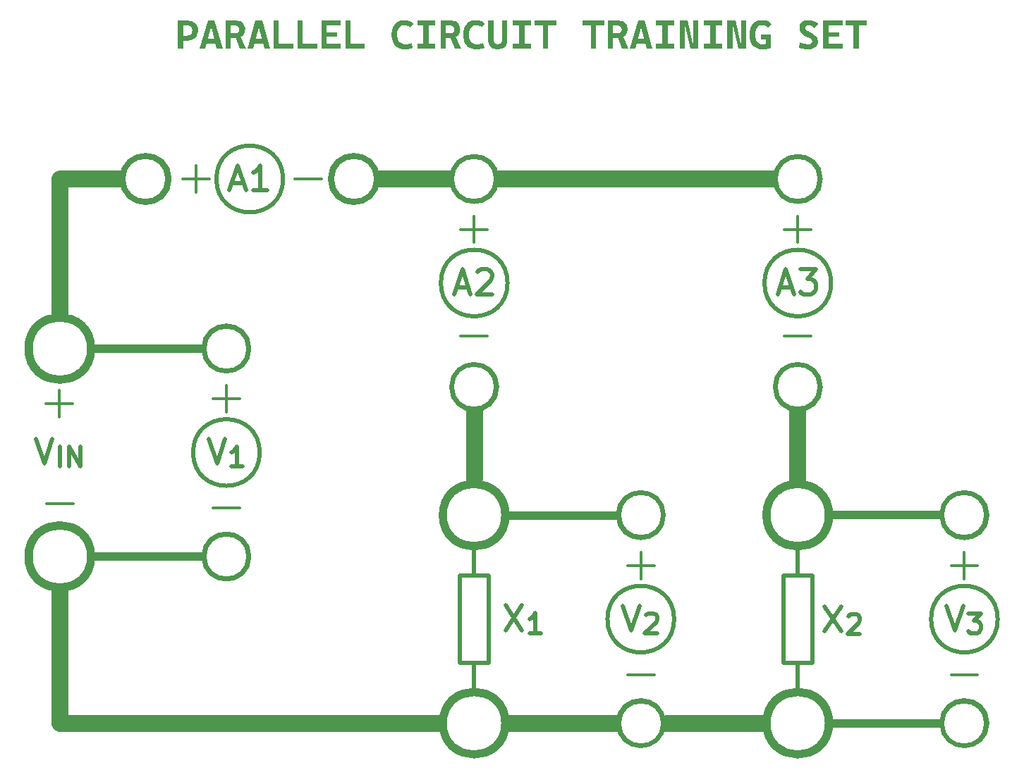
<source format=gbr>
%TF.GenerationSoftware,KiCad,Pcbnew,8.0.2*%
%TF.CreationDate,2024-06-17T23:42:06+07:00*%
%TF.ProjectId,Parallel Circuit,50617261-6c6c-4656-9c20-436972637569,rev?*%
%TF.SameCoordinates,Original*%
%TF.FileFunction,Legend,Top*%
%TF.FilePolarity,Positive*%
%FSLAX46Y46*%
G04 Gerber Fmt 4.6, Leading zero omitted, Abs format (unit mm)*
G04 Created by KiCad (PCBNEW 8.0.2) date 2024-06-17 23:42:06*
%MOMM*%
%LPD*%
G01*
G04 APERTURE LIST*
%ADD10C,1.000000*%
%ADD11C,2.000000*%
%ADD12C,0.500000*%
%ADD13C,0.300000*%
%ADD14C,0.120000*%
%ADD15C,1.250000*%
%ADD16C,4.800000*%
%ADD17C,6.400000*%
%ADD18C,6.500000*%
G04 APERTURE END LIST*
D10*
X190000000Y-106650000D02*
X203650000Y-106650000D01*
X101350000Y-111625000D02*
X115050000Y-111625000D01*
D11*
X104950000Y-66250000D02*
X97550000Y-66250000D01*
X181900000Y-131650000D02*
X170350000Y-131650000D01*
X97550000Y-115900000D02*
X97550000Y-131650000D01*
X186150000Y-94300000D02*
X186150000Y-102400000D01*
X143050000Y-131650000D02*
X97550000Y-131650000D01*
X164300000Y-131650000D02*
X151550000Y-131650000D01*
D10*
X151100000Y-106700000D02*
X164750000Y-106700000D01*
D11*
X147350000Y-94250000D02*
X147350000Y-102350000D01*
X144300000Y-66250000D02*
X135750000Y-66250000D01*
D10*
X101350000Y-86625000D02*
X115000000Y-86625000D01*
X203550000Y-131650000D02*
X190000000Y-131650000D01*
D11*
X97550000Y-82400000D02*
X97550000Y-66250000D01*
X183150000Y-66250000D02*
X150350000Y-66250000D01*
D12*
X151057518Y-117506857D02*
X153057518Y-120506857D01*
X153057518Y-117506857D02*
X151057518Y-120506857D01*
X155314661Y-120838285D02*
X153943232Y-120838285D01*
X154628947Y-120838285D02*
X154628947Y-118438285D01*
X154628947Y-118438285D02*
X154400375Y-118781142D01*
X154400375Y-118781142D02*
X154171804Y-119009714D01*
X154171804Y-119009714D02*
X153943232Y-119124000D01*
G36*
X112321964Y-49617713D02*
G01*
X112321964Y-49029577D01*
X112791277Y-49029577D01*
X112973951Y-49013214D01*
X113142687Y-48957419D01*
X113277686Y-48862026D01*
X113382392Y-48716969D01*
X113435919Y-48551051D01*
X113449511Y-48391858D01*
X113429207Y-48211606D01*
X113360746Y-48050220D01*
X113277686Y-47953320D01*
X113128742Y-47859033D01*
X112956938Y-47810832D01*
X112791277Y-47798593D01*
X112331367Y-47798593D01*
X112331367Y-47210456D01*
X112791277Y-47210456D01*
X112984782Y-47217740D01*
X113164055Y-47239591D01*
X113360393Y-47285041D01*
X113536235Y-47351469D01*
X113691580Y-47438874D01*
X113783757Y-47508798D01*
X113920658Y-47651063D01*
X114023933Y-47816808D01*
X114085693Y-47977563D01*
X114122749Y-48155569D01*
X114135101Y-48350826D01*
X114126523Y-48532790D01*
X114093585Y-48733627D01*
X114035942Y-48915349D01*
X113953596Y-49077957D01*
X113846546Y-49221452D01*
X113783757Y-49286032D01*
X113642076Y-49398752D01*
X113479898Y-49488150D01*
X113297224Y-49554227D01*
X113129339Y-49591477D01*
X112947220Y-49612531D01*
X112791277Y-49617713D01*
X112321964Y-49617713D01*
G37*
G36*
X111744940Y-50602501D02*
G01*
X111744940Y-47210456D01*
X112380094Y-47210456D01*
X112380094Y-50602501D01*
X111744940Y-50602501D01*
G37*
G36*
X114337700Y-50602501D02*
G01*
X115323342Y-47210456D01*
X116102110Y-47210456D01*
X117087752Y-50602501D01*
X116403018Y-50602501D01*
X115734525Y-48039660D01*
X115690928Y-48039660D01*
X115022435Y-50602501D01*
X114337700Y-50602501D01*
G37*
G36*
X114835223Y-49945976D02*
G01*
X114835223Y-49357839D01*
X116566294Y-49357839D01*
X116566294Y-49945976D01*
X114835223Y-49945976D01*
G37*
G36*
X118035781Y-49344161D02*
G01*
X118035781Y-48756025D01*
X118648709Y-48756025D01*
X118823459Y-48731972D01*
X118976690Y-48645579D01*
X118992358Y-48630362D01*
X119084682Y-48478839D01*
X119114976Y-48305235D01*
X119115457Y-48277309D01*
X119091895Y-48096808D01*
X119007265Y-47939409D01*
X118992358Y-47923401D01*
X118845324Y-47829795D01*
X118675997Y-47799080D01*
X118648709Y-47798593D01*
X118045184Y-47798593D01*
X117987909Y-47210456D01*
X118648709Y-47210456D01*
X118846349Y-47219802D01*
X119026379Y-47247842D01*
X119214154Y-47304181D01*
X119377959Y-47385964D01*
X119499284Y-47476314D01*
X119616532Y-47602971D01*
X119704982Y-47751062D01*
X119764635Y-47920587D01*
X119795490Y-48111548D01*
X119800191Y-48230292D01*
X119789613Y-48420139D01*
X119757876Y-48593456D01*
X119694110Y-48774769D01*
X119601546Y-48933583D01*
X119499284Y-49051803D01*
X119356026Y-49165720D01*
X119188797Y-49251657D01*
X118997597Y-49309615D01*
X118814632Y-49337024D01*
X118648709Y-49344161D01*
X118035781Y-49344161D01*
G37*
G36*
X117434822Y-50602501D02*
G01*
X117434822Y-47210456D01*
X118069120Y-47210456D01*
X118069120Y-50602501D01*
X117434822Y-50602501D01*
G37*
G36*
X119168457Y-50602501D02*
G01*
X118523900Y-48985979D01*
X119192393Y-48985979D01*
X119925854Y-50602501D01*
X119168457Y-50602501D01*
G37*
G36*
X120075453Y-50602501D02*
G01*
X121061095Y-47210456D01*
X121839863Y-47210456D01*
X122825505Y-50602501D01*
X122140771Y-50602501D01*
X121472278Y-48039660D01*
X121428681Y-48039660D01*
X120760188Y-50602501D01*
X120075453Y-50602501D01*
G37*
G36*
X120572976Y-49945976D02*
G01*
X120572976Y-49357839D01*
X122304047Y-49357839D01*
X122304047Y-49945976D01*
X120572976Y-49945976D01*
G37*
G36*
X123220446Y-50602501D02*
G01*
X123220446Y-47210456D01*
X123855600Y-47210456D01*
X123855600Y-50602501D01*
X123220446Y-50602501D01*
G37*
G36*
X123220446Y-50602501D02*
G01*
X123220446Y-50014364D01*
X125562735Y-50014364D01*
X125562735Y-50602501D01*
X123220446Y-50602501D01*
G37*
G36*
X126089323Y-50602501D02*
G01*
X126089323Y-47210456D01*
X126724476Y-47210456D01*
X126724476Y-50602501D01*
X126089323Y-50602501D01*
G37*
G36*
X126089323Y-50602501D02*
G01*
X126089323Y-50014364D01*
X128431612Y-50014364D01*
X128431612Y-50602501D01*
X126089323Y-50602501D01*
G37*
G36*
X128958199Y-50602501D02*
G01*
X128958199Y-47210456D01*
X129593353Y-47210456D01*
X129593353Y-50602501D01*
X128958199Y-50602501D01*
G37*
G36*
X128958199Y-50602501D02*
G01*
X128958199Y-50014364D01*
X131300488Y-50014364D01*
X131300488Y-50602501D01*
X128958199Y-50602501D01*
G37*
G36*
X128958199Y-49180030D02*
G01*
X128958199Y-48591893D01*
X130867079Y-48591893D01*
X130867079Y-49180030D01*
X128958199Y-49180030D01*
G37*
G36*
X128958199Y-47798593D02*
G01*
X128958199Y-47210456D01*
X131300488Y-47210456D01*
X131300488Y-47798593D01*
X128958199Y-47798593D01*
G37*
G36*
X131827076Y-50602501D02*
G01*
X131827076Y-47210456D01*
X132462229Y-47210456D01*
X132462229Y-50602501D01*
X131827076Y-50602501D01*
G37*
G36*
X131827076Y-50602501D02*
G01*
X131827076Y-50014364D01*
X134169364Y-50014364D01*
X134169364Y-50602501D01*
X131827076Y-50602501D01*
G37*
G36*
X139019783Y-50657211D02*
G01*
X138822066Y-50650352D01*
X138637104Y-50629776D01*
X138464899Y-50595481D01*
X138230508Y-50518319D01*
X138024818Y-50410293D01*
X137847829Y-50271401D01*
X137699541Y-50101645D01*
X137579954Y-49901024D01*
X137489067Y-49669539D01*
X137444422Y-49498068D01*
X137412532Y-49312879D01*
X137393398Y-49113973D01*
X137387020Y-48901349D01*
X137393444Y-48699271D01*
X137412719Y-48508920D01*
X137444842Y-48330296D01*
X137489815Y-48163400D01*
X137564101Y-47971271D01*
X137658465Y-47797467D01*
X137772905Y-47641987D01*
X137798203Y-47613090D01*
X137935024Y-47481336D01*
X138088501Y-47371912D01*
X138258632Y-47284820D01*
X138445417Y-47220060D01*
X138648858Y-47177630D01*
X138823601Y-47159765D01*
X138961653Y-47155745D01*
X139146399Y-47164401D01*
X139318837Y-47190367D01*
X139496001Y-47239521D01*
X139562613Y-47265166D01*
X139727888Y-47350816D01*
X139862859Y-47458486D01*
X139959263Y-47575477D01*
X139603646Y-48037951D01*
X139472314Y-47912722D01*
X139328384Y-47831077D01*
X139154636Y-47775939D01*
X138978937Y-47757632D01*
X138966782Y-47757560D01*
X138793663Y-47771550D01*
X138615146Y-47821799D01*
X138457253Y-47908593D01*
X138319982Y-48031932D01*
X138304274Y-48049919D01*
X138195441Y-48211058D01*
X138125719Y-48377299D01*
X138079806Y-48567103D01*
X138059399Y-48748545D01*
X138055512Y-48879123D01*
X138064701Y-49089336D01*
X138092268Y-49278872D01*
X138138212Y-49447732D01*
X138228058Y-49640714D01*
X138350575Y-49796938D01*
X138505764Y-49916403D01*
X138693624Y-49999110D01*
X138914155Y-50045058D01*
X139100994Y-50055397D01*
X139274796Y-50046421D01*
X139447422Y-50019493D01*
X139618873Y-49974613D01*
X139789148Y-49911782D01*
X139899424Y-50494789D01*
X139714453Y-50558077D01*
X139525310Y-50605820D01*
X139331995Y-50638019D01*
X139134507Y-50654673D01*
X139019783Y-50657211D01*
G37*
G36*
X141212473Y-50602501D02*
G01*
X141212473Y-47210456D01*
X141847627Y-47210456D01*
X141847627Y-50602501D01*
X141212473Y-50602501D01*
G37*
G36*
X140453367Y-50602501D02*
G01*
X140453367Y-50028041D01*
X142611863Y-50028041D01*
X142611863Y-50602501D01*
X140453367Y-50602501D01*
G37*
G36*
X140453367Y-47784915D02*
G01*
X140453367Y-47210456D01*
X142611863Y-47210456D01*
X142611863Y-47784915D01*
X140453367Y-47784915D01*
G37*
G36*
X143855669Y-49344161D02*
G01*
X143855669Y-48756025D01*
X144468597Y-48756025D01*
X144643347Y-48731972D01*
X144796579Y-48645579D01*
X144812247Y-48630362D01*
X144904570Y-48478839D01*
X144934864Y-48305235D01*
X144935345Y-48277309D01*
X144911783Y-48096808D01*
X144827153Y-47939409D01*
X144812247Y-47923401D01*
X144665212Y-47829795D01*
X144495885Y-47799080D01*
X144468597Y-47798593D01*
X143865073Y-47798593D01*
X143807798Y-47210456D01*
X144468597Y-47210456D01*
X144666237Y-47219802D01*
X144846267Y-47247842D01*
X145034043Y-47304181D01*
X145197847Y-47385964D01*
X145319173Y-47476314D01*
X145436421Y-47602971D01*
X145524871Y-47751062D01*
X145584523Y-47920587D01*
X145615378Y-48111548D01*
X145620080Y-48230292D01*
X145609501Y-48420139D01*
X145577765Y-48593456D01*
X145513998Y-48774769D01*
X145421434Y-48933583D01*
X145319173Y-49051803D01*
X145175914Y-49165720D01*
X145008685Y-49251657D01*
X144817485Y-49309615D01*
X144634520Y-49337024D01*
X144468597Y-49344161D01*
X143855669Y-49344161D01*
G37*
G36*
X143254710Y-50602501D02*
G01*
X143254710Y-47210456D01*
X143889009Y-47210456D01*
X143889009Y-50602501D01*
X143254710Y-50602501D01*
G37*
G36*
X144988346Y-50602501D02*
G01*
X144343789Y-48985979D01*
X145012281Y-48985979D01*
X145745743Y-50602501D01*
X144988346Y-50602501D01*
G37*
G36*
X147626413Y-50657211D02*
G01*
X147428695Y-50650352D01*
X147243734Y-50629776D01*
X147071528Y-50595481D01*
X146837137Y-50518319D01*
X146631447Y-50410293D01*
X146454458Y-50271401D01*
X146306170Y-50101645D01*
X146186583Y-49901024D01*
X146095697Y-49669539D01*
X146051051Y-49498068D01*
X146019161Y-49312879D01*
X146000027Y-49113973D01*
X145993649Y-48901349D01*
X146000074Y-48699271D01*
X146019348Y-48508920D01*
X146051472Y-48330296D01*
X146096445Y-48163400D01*
X146170731Y-47971271D01*
X146265094Y-47797467D01*
X146379535Y-47641987D01*
X146404832Y-47613090D01*
X146541654Y-47481336D01*
X146695130Y-47371912D01*
X146865261Y-47284820D01*
X147052047Y-47220060D01*
X147255487Y-47177630D01*
X147430230Y-47159765D01*
X147568283Y-47155745D01*
X147753028Y-47164401D01*
X147925467Y-47190367D01*
X148102631Y-47239521D01*
X148169242Y-47265166D01*
X148334517Y-47350816D01*
X148469488Y-47458486D01*
X148565893Y-47575477D01*
X148210275Y-48037951D01*
X148078944Y-47912722D01*
X147935013Y-47831077D01*
X147761265Y-47775939D01*
X147585566Y-47757632D01*
X147573412Y-47757560D01*
X147400292Y-47771550D01*
X147221776Y-47821799D01*
X147063882Y-47908593D01*
X146926612Y-48031932D01*
X146910903Y-48049919D01*
X146802070Y-48211058D01*
X146732349Y-48377299D01*
X146686435Y-48567103D01*
X146666029Y-48748545D01*
X146662142Y-48879123D01*
X146671331Y-49089336D01*
X146698897Y-49278872D01*
X146744841Y-49447732D01*
X146834687Y-49640714D01*
X146957205Y-49796938D01*
X147112393Y-49916403D01*
X147300253Y-49999110D01*
X147520784Y-50045058D01*
X147707623Y-50055397D01*
X147881425Y-50046421D01*
X148054051Y-50019493D01*
X148225502Y-49974613D01*
X148395778Y-49911782D01*
X148506053Y-50494789D01*
X148321083Y-50558077D01*
X148131940Y-50605820D01*
X147938624Y-50638019D01*
X147741136Y-50654673D01*
X147626413Y-50657211D01*
G37*
G36*
X150129413Y-50657211D02*
G01*
X149926228Y-50647196D01*
X149743028Y-50617150D01*
X149529850Y-50545930D01*
X149352201Y-50439101D01*
X149210082Y-50296661D01*
X149103493Y-50118612D01*
X149032434Y-49904953D01*
X149002456Y-49721340D01*
X148992463Y-49517696D01*
X148992463Y-47210456D01*
X149626762Y-47210456D01*
X149626762Y-49510002D01*
X149644192Y-49689841D01*
X149708590Y-49853465D01*
X149750715Y-49908362D01*
X149898101Y-50004082D01*
X150076279Y-50039635D01*
X150140526Y-50041719D01*
X150314255Y-50023026D01*
X150471509Y-49953965D01*
X150591321Y-49812728D01*
X150643739Y-49634623D01*
X150651727Y-49510002D01*
X150651727Y-47210456D01*
X151286025Y-47210456D01*
X151286025Y-49517696D01*
X151278846Y-49688908D01*
X151251277Y-49875960D01*
X151203031Y-50042936D01*
X151120612Y-50212368D01*
X151010049Y-50354475D01*
X150991957Y-50372546D01*
X150850171Y-50483465D01*
X150682124Y-50567141D01*
X150517181Y-50617180D01*
X150332944Y-50647203D01*
X150129413Y-50657211D01*
G37*
G36*
X152687979Y-50602501D02*
G01*
X152687979Y-47210456D01*
X153323133Y-47210456D01*
X153323133Y-50602501D01*
X152687979Y-50602501D01*
G37*
G36*
X151928872Y-50602501D02*
G01*
X151928872Y-50028041D01*
X154087369Y-50028041D01*
X154087369Y-50602501D01*
X151928872Y-50602501D01*
G37*
G36*
X151928872Y-47784915D02*
G01*
X151928872Y-47210456D01*
X154087369Y-47210456D01*
X154087369Y-47784915D01*
X151928872Y-47784915D01*
G37*
G36*
X155559420Y-50602501D02*
G01*
X155559420Y-47210456D01*
X156194574Y-47210456D01*
X156194574Y-50602501D01*
X155559420Y-50602501D01*
G37*
G36*
X154585746Y-47798593D02*
G01*
X154585746Y-47210456D01*
X157168248Y-47210456D01*
X157168248Y-47798593D01*
X154585746Y-47798593D01*
G37*
G36*
X161297173Y-50602501D02*
G01*
X161297173Y-47210456D01*
X161932327Y-47210456D01*
X161932327Y-50602501D01*
X161297173Y-50602501D01*
G37*
G36*
X160323499Y-47798593D02*
G01*
X160323499Y-47210456D01*
X162906001Y-47210456D01*
X162906001Y-47798593D01*
X160323499Y-47798593D01*
G37*
G36*
X163937805Y-49344161D02*
G01*
X163937805Y-48756025D01*
X164550732Y-48756025D01*
X164725482Y-48731972D01*
X164878714Y-48645579D01*
X164894382Y-48630362D01*
X164986706Y-48478839D01*
X165016999Y-48305235D01*
X165017480Y-48277309D01*
X164993919Y-48096808D01*
X164909288Y-47939409D01*
X164894382Y-47923401D01*
X164747348Y-47829795D01*
X164578021Y-47799080D01*
X164550732Y-47798593D01*
X163947208Y-47798593D01*
X163889933Y-47210456D01*
X164550732Y-47210456D01*
X164748373Y-47219802D01*
X164928402Y-47247842D01*
X165116178Y-47304181D01*
X165279983Y-47385964D01*
X165401308Y-47476314D01*
X165518556Y-47602971D01*
X165607006Y-47751062D01*
X165666659Y-47920587D01*
X165697513Y-48111548D01*
X165702215Y-48230292D01*
X165691636Y-48420139D01*
X165659900Y-48593456D01*
X165596134Y-48774769D01*
X165503569Y-48933583D01*
X165401308Y-49051803D01*
X165258050Y-49165720D01*
X165090820Y-49251657D01*
X164899620Y-49309615D01*
X164716656Y-49337024D01*
X164550732Y-49344161D01*
X163937805Y-49344161D01*
G37*
G36*
X163336845Y-50602501D02*
G01*
X163336845Y-47210456D01*
X163971144Y-47210456D01*
X163971144Y-50602501D01*
X163336845Y-50602501D01*
G37*
G36*
X165070481Y-50602501D02*
G01*
X164425924Y-48985979D01*
X165094417Y-48985979D01*
X165827878Y-50602501D01*
X165070481Y-50602501D01*
G37*
G36*
X165977477Y-50602501D02*
G01*
X166963119Y-47210456D01*
X167741887Y-47210456D01*
X168727529Y-50602501D01*
X168042794Y-50602501D01*
X167374302Y-48039660D01*
X167330704Y-48039660D01*
X166662212Y-50602501D01*
X165977477Y-50602501D01*
G37*
G36*
X166475000Y-49945976D02*
G01*
X166475000Y-49357839D01*
X168206071Y-49357839D01*
X168206071Y-49945976D01*
X166475000Y-49945976D01*
G37*
G36*
X169901238Y-50602501D02*
G01*
X169901238Y-47210456D01*
X170536392Y-47210456D01*
X170536392Y-50602501D01*
X169901238Y-50602501D01*
G37*
G36*
X169142131Y-50602501D02*
G01*
X169142131Y-50028041D01*
X171300628Y-50028041D01*
X171300628Y-50602501D01*
X169142131Y-50602501D01*
G37*
G36*
X169142131Y-47784915D02*
G01*
X169142131Y-47210456D01*
X171300628Y-47210456D01*
X171300628Y-47784915D01*
X169142131Y-47784915D01*
G37*
G36*
X173263363Y-50602501D02*
G01*
X172662404Y-47950756D01*
X172399965Y-47950756D01*
X172399965Y-47210456D01*
X172917149Y-47210456D01*
X173518108Y-49862200D01*
X173679675Y-49862200D01*
X173679675Y-50602501D01*
X173263363Y-50602501D01*
G37*
G36*
X171962281Y-50602501D02*
G01*
X171962281Y-47210456D01*
X172573499Y-47210456D01*
X172573499Y-50602501D01*
X171962281Y-50602501D01*
G37*
G36*
X173607013Y-50602501D02*
G01*
X173607013Y-47210456D01*
X174218230Y-47210456D01*
X174218230Y-50602501D01*
X173607013Y-50602501D01*
G37*
G36*
X175638991Y-50602501D02*
G01*
X175638991Y-47210456D01*
X176274145Y-47210456D01*
X176274145Y-50602501D01*
X175638991Y-50602501D01*
G37*
G36*
X174879884Y-50602501D02*
G01*
X174879884Y-50028041D01*
X177038381Y-50028041D01*
X177038381Y-50602501D01*
X174879884Y-50602501D01*
G37*
G36*
X174879884Y-47784915D02*
G01*
X174879884Y-47210456D01*
X177038381Y-47210456D01*
X177038381Y-47784915D01*
X174879884Y-47784915D01*
G37*
G36*
X179001116Y-50602501D02*
G01*
X178400157Y-47950756D01*
X178137718Y-47950756D01*
X178137718Y-47210456D01*
X178654902Y-47210456D01*
X179255861Y-49862200D01*
X179417428Y-49862200D01*
X179417428Y-50602501D01*
X179001116Y-50602501D01*
G37*
G36*
X177700034Y-50602501D02*
G01*
X177700034Y-47210456D01*
X178311252Y-47210456D01*
X178311252Y-50602501D01*
X177700034Y-50602501D01*
G37*
G36*
X179344766Y-50602501D02*
G01*
X179344766Y-47210456D01*
X179955983Y-47210456D01*
X179955983Y-50602501D01*
X179344766Y-50602501D01*
G37*
G36*
X181941800Y-50657211D02*
G01*
X181751743Y-50650359D01*
X181573947Y-50629802D01*
X181368946Y-50584835D01*
X181183104Y-50518455D01*
X181016421Y-50430661D01*
X180868896Y-50321455D01*
X180764672Y-50218673D01*
X180651633Y-50070656D01*
X180557754Y-49901226D01*
X180483034Y-49710384D01*
X180437053Y-49542292D01*
X180403333Y-49360496D01*
X180381875Y-49164996D01*
X180372679Y-48955791D01*
X180372295Y-48901349D01*
X180378640Y-48699271D01*
X180397674Y-48508920D01*
X180429397Y-48330296D01*
X180473809Y-48163400D01*
X180547168Y-47971271D01*
X180640354Y-47797467D01*
X180753367Y-47641987D01*
X180778349Y-47613090D01*
X180913359Y-47481336D01*
X181064607Y-47371912D01*
X181232092Y-47284820D01*
X181415813Y-47220060D01*
X181615772Y-47177630D01*
X181787430Y-47159765D01*
X181922993Y-47155745D01*
X182102939Y-47163119D01*
X182290051Y-47189040D01*
X182460934Y-47233624D01*
X182565840Y-47273715D01*
X182723520Y-47356512D01*
X182869970Y-47469765D01*
X182988136Y-47606251D01*
X182588921Y-48069580D01*
X182464327Y-47939215D01*
X182311095Y-47840480D01*
X182149183Y-47780962D01*
X181976001Y-47757884D01*
X181952058Y-47757560D01*
X181772060Y-47771591D01*
X181588989Y-47821987D01*
X181430067Y-47909034D01*
X181295295Y-48032734D01*
X181280146Y-48050773D01*
X181175427Y-48212180D01*
X181108341Y-48378392D01*
X181064163Y-48567921D01*
X181044528Y-48748932D01*
X181040788Y-48879123D01*
X181046653Y-49055736D01*
X181069173Y-49248719D01*
X181108583Y-49421024D01*
X181175908Y-49595915D01*
X181266222Y-49742662D01*
X181281001Y-49761328D01*
X181416334Y-49889983D01*
X181581267Y-49981879D01*
X181749864Y-50032135D01*
X181941122Y-50054248D01*
X181999930Y-50055397D01*
X182176490Y-50048060D01*
X182346753Y-50023750D01*
X182402564Y-50010944D01*
X182569758Y-49967574D01*
X182687229Y-49935718D01*
X182915474Y-50513596D01*
X182746604Y-50557023D01*
X182577825Y-50594690D01*
X182545324Y-50601646D01*
X182372885Y-50630948D01*
X182185753Y-50649397D01*
X182004772Y-50656723D01*
X181941800Y-50657211D01*
G37*
G36*
X182286304Y-50513596D02*
G01*
X182286304Y-48865445D01*
X182915474Y-48865445D01*
X182915474Y-50513596D01*
X182286304Y-50513596D01*
G37*
G36*
X181721249Y-49453582D02*
G01*
X181721249Y-48865445D01*
X182901796Y-48865445D01*
X182901796Y-49453582D01*
X181721249Y-49453582D01*
G37*
G36*
X187317097Y-50657211D02*
G01*
X187136576Y-50652369D01*
X186959395Y-50637843D01*
X186785553Y-50613634D01*
X186751186Y-50607630D01*
X186569887Y-50569484D01*
X186402123Y-50522044D01*
X186261357Y-50470854D01*
X186347697Y-49824587D01*
X186512906Y-49889035D01*
X186677281Y-49943465D01*
X186857130Y-49991767D01*
X186873429Y-49995557D01*
X187048034Y-50029626D01*
X187227913Y-50050663D01*
X187355565Y-50055397D01*
X187531597Y-50042534D01*
X187703965Y-49990278D01*
X187749651Y-49963928D01*
X187863853Y-49826567D01*
X187886427Y-49700634D01*
X187840010Y-49534307D01*
X187714768Y-49407322D01*
X187605181Y-49345016D01*
X187114497Y-49108223D01*
X186963695Y-49026423D01*
X186810383Y-48923119D01*
X186677373Y-48809344D01*
X186552006Y-48668830D01*
X186455722Y-48517361D01*
X186390950Y-48357237D01*
X186357689Y-48188458D01*
X186352826Y-48090951D01*
X186366979Y-47905379D01*
X186409440Y-47739114D01*
X186492627Y-47572739D01*
X186612787Y-47431581D01*
X186648604Y-47400233D01*
X186811827Y-47293269D01*
X186979804Y-47224746D01*
X187171261Y-47179621D01*
X187354055Y-47159566D01*
X187485502Y-47155745D01*
X187659886Y-47164468D01*
X187829132Y-47190637D01*
X188011155Y-47240175D01*
X188082187Y-47266021D01*
X188252773Y-47344544D01*
X188410837Y-47442267D01*
X188556379Y-47559191D01*
X188583984Y-47584880D01*
X188146301Y-48086677D01*
X188011132Y-47970175D01*
X187864619Y-47871533D01*
X187812055Y-47843045D01*
X187646641Y-47778931D01*
X187487212Y-47757560D01*
X187309734Y-47777470D01*
X187158094Y-47848174D01*
X187056715Y-47991762D01*
X187040125Y-48108048D01*
X187090736Y-48277056D01*
X187123046Y-48321761D01*
X187254412Y-48440171D01*
X187359839Y-48503844D01*
X187821458Y-48740637D01*
X187971390Y-48825529D01*
X188123406Y-48929860D01*
X188254799Y-49041993D01*
X188377965Y-49177466D01*
X188473009Y-49320715D01*
X188542132Y-49486542D01*
X188572853Y-49659382D01*
X188574581Y-49712602D01*
X188558914Y-49900921D01*
X188511913Y-50069441D01*
X188419830Y-50237793D01*
X188286820Y-50380286D01*
X188247173Y-50411869D01*
X188091053Y-50507466D01*
X187908426Y-50579583D01*
X187730790Y-50622710D01*
X187533681Y-50648586D01*
X187354546Y-50656971D01*
X187317097Y-50657211D01*
G37*
G36*
X189204605Y-50602501D02*
G01*
X189204605Y-47210456D01*
X189839759Y-47210456D01*
X189839759Y-50602501D01*
X189204605Y-50602501D01*
G37*
G36*
X189204605Y-50602501D02*
G01*
X189204605Y-50014364D01*
X191546894Y-50014364D01*
X191546894Y-50602501D01*
X189204605Y-50602501D01*
G37*
G36*
X189204605Y-49180030D02*
G01*
X189204605Y-48591893D01*
X191113485Y-48591893D01*
X191113485Y-49180030D01*
X189204605Y-49180030D01*
G37*
G36*
X189204605Y-47798593D02*
G01*
X189204605Y-47210456D01*
X191546894Y-47210456D01*
X191546894Y-47798593D01*
X189204605Y-47798593D01*
G37*
G36*
X192854815Y-50602501D02*
G01*
X192854815Y-47210456D01*
X193489968Y-47210456D01*
X193489968Y-50602501D01*
X192854815Y-50602501D01*
G37*
G36*
X191881140Y-47798593D02*
G01*
X191881140Y-47210456D01*
X194463642Y-47210456D01*
X194463642Y-47798593D01*
X191881140Y-47798593D01*
G37*
X189357518Y-117624357D02*
X191357518Y-120624357D01*
X191357518Y-117624357D02*
X189357518Y-120624357D01*
X192243232Y-118784357D02*
X192357518Y-118670071D01*
X192357518Y-118670071D02*
X192586090Y-118555785D01*
X192586090Y-118555785D02*
X193157518Y-118555785D01*
X193157518Y-118555785D02*
X193386090Y-118670071D01*
X193386090Y-118670071D02*
X193500375Y-118784357D01*
X193500375Y-118784357D02*
X193614661Y-119012928D01*
X193614661Y-119012928D02*
X193614661Y-119241500D01*
X193614661Y-119241500D02*
X193500375Y-119584357D01*
X193500375Y-119584357D02*
X192128947Y-120955785D01*
X192128947Y-120955785D02*
X193614661Y-120955785D01*
X165158143Y-117511857D02*
X166158143Y-120511857D01*
X166158143Y-120511857D02*
X167158143Y-117511857D01*
X167901000Y-118671857D02*
X168015286Y-118557571D01*
X168015286Y-118557571D02*
X168243858Y-118443285D01*
X168243858Y-118443285D02*
X168815286Y-118443285D01*
X168815286Y-118443285D02*
X169043858Y-118557571D01*
X169043858Y-118557571D02*
X169158143Y-118671857D01*
X169158143Y-118671857D02*
X169272429Y-118900428D01*
X169272429Y-118900428D02*
X169272429Y-119129000D01*
X169272429Y-119129000D02*
X169158143Y-119471857D01*
X169158143Y-119471857D02*
X167786715Y-120843285D01*
X167786715Y-120843285D02*
X169272429Y-120843285D01*
X145157142Y-79254714D02*
X146585714Y-79254714D01*
X144871428Y-80111857D02*
X145871428Y-77111857D01*
X145871428Y-77111857D02*
X146871428Y-80111857D01*
X147728571Y-77397571D02*
X147871428Y-77254714D01*
X147871428Y-77254714D02*
X148157143Y-77111857D01*
X148157143Y-77111857D02*
X148871428Y-77111857D01*
X148871428Y-77111857D02*
X149157143Y-77254714D01*
X149157143Y-77254714D02*
X149300000Y-77397571D01*
X149300000Y-77397571D02*
X149442857Y-77683285D01*
X149442857Y-77683285D02*
X149442857Y-77969000D01*
X149442857Y-77969000D02*
X149300000Y-78397571D01*
X149300000Y-78397571D02*
X147585714Y-80111857D01*
X147585714Y-80111857D02*
X149442857Y-80111857D01*
X94671428Y-97486857D02*
X95671428Y-100486857D01*
X95671428Y-100486857D02*
X96671428Y-97486857D01*
X97528571Y-100818285D02*
X97528571Y-98418285D01*
X98671428Y-100818285D02*
X98671428Y-98418285D01*
X98671428Y-98418285D02*
X100042857Y-100818285D01*
X100042857Y-100818285D02*
X100042857Y-98418285D01*
X118207142Y-66754714D02*
X119635714Y-66754714D01*
X117921428Y-67611857D02*
X118921428Y-64611857D01*
X118921428Y-64611857D02*
X119921428Y-67611857D01*
X122492857Y-67611857D02*
X120778571Y-67611857D01*
X121635714Y-67611857D02*
X121635714Y-64611857D01*
X121635714Y-64611857D02*
X121350000Y-65040428D01*
X121350000Y-65040428D02*
X121064285Y-65326142D01*
X121064285Y-65326142D02*
X120778571Y-65469000D01*
X184007142Y-79254714D02*
X185435714Y-79254714D01*
X183721428Y-80111857D02*
X184721428Y-77111857D01*
X184721428Y-77111857D02*
X185721428Y-80111857D01*
X186435714Y-77111857D02*
X188292857Y-77111857D01*
X188292857Y-77111857D02*
X187292857Y-78254714D01*
X187292857Y-78254714D02*
X187721428Y-78254714D01*
X187721428Y-78254714D02*
X188007143Y-78397571D01*
X188007143Y-78397571D02*
X188150000Y-78540428D01*
X188150000Y-78540428D02*
X188292857Y-78826142D01*
X188292857Y-78826142D02*
X188292857Y-79540428D01*
X188292857Y-79540428D02*
X188150000Y-79826142D01*
X188150000Y-79826142D02*
X188007143Y-79969000D01*
X188007143Y-79969000D02*
X187721428Y-80111857D01*
X187721428Y-80111857D02*
X186864285Y-80111857D01*
X186864285Y-80111857D02*
X186578571Y-79969000D01*
X186578571Y-79969000D02*
X186435714Y-79826142D01*
X115407143Y-97486857D02*
X116407143Y-100486857D01*
X116407143Y-100486857D02*
X117407143Y-97486857D01*
X119521429Y-100818285D02*
X118150000Y-100818285D01*
X118835715Y-100818285D02*
X118835715Y-98418285D01*
X118835715Y-98418285D02*
X118607143Y-98761142D01*
X118607143Y-98761142D02*
X118378572Y-98989714D01*
X118378572Y-98989714D02*
X118150000Y-99104000D01*
X204007143Y-117511857D02*
X205007143Y-120511857D01*
X205007143Y-120511857D02*
X206007143Y-117511857D01*
X206635715Y-118443285D02*
X208121429Y-118443285D01*
X208121429Y-118443285D02*
X207321429Y-119357571D01*
X207321429Y-119357571D02*
X207664286Y-119357571D01*
X207664286Y-119357571D02*
X207892858Y-119471857D01*
X207892858Y-119471857D02*
X208007143Y-119586142D01*
X208007143Y-119586142D02*
X208121429Y-119814714D01*
X208121429Y-119814714D02*
X208121429Y-120386142D01*
X208121429Y-120386142D02*
X208007143Y-120614714D01*
X208007143Y-120614714D02*
X207892858Y-120729000D01*
X207892858Y-120729000D02*
X207664286Y-120843285D01*
X207664286Y-120843285D02*
X206978572Y-120843285D01*
X206978572Y-120843285D02*
X206750000Y-120729000D01*
X206750000Y-120729000D02*
X206635715Y-120614714D01*
D13*
%TO.C,MES2*%
X165701000Y-112700000D02*
X168901000Y-112700000D01*
X165701000Y-125850000D02*
X168901000Y-125850000D01*
X167301000Y-114300000D02*
X167301000Y-111100000D01*
D10*
X169801000Y-106650000D02*
G75*
G02*
X164801000Y-106650000I-2500000J0D01*
G01*
X164801000Y-106650000D02*
G75*
G02*
X169801000Y-106650000I2500000J0D01*
G01*
D12*
X171301000Y-119150000D02*
G75*
G02*
X163301000Y-119150000I-4000000J0D01*
G01*
X163301000Y-119150000D02*
G75*
G02*
X171301000Y-119150000I4000000J0D01*
G01*
D10*
X169801000Y-131650000D02*
G75*
G02*
X164801000Y-131650000I-2500000J0D01*
G01*
X164801000Y-131650000D02*
G75*
G02*
X169801000Y-131650000I2500000J0D01*
G01*
D13*
%TO.C,A2*%
X145700000Y-72300000D02*
X148900000Y-72300000D01*
X147300000Y-73900000D02*
X147300000Y-70700000D01*
X148900000Y-85150000D02*
X145700000Y-85150000D01*
D10*
X149800000Y-66250000D02*
G75*
G02*
X144800000Y-66250000I-2500000J0D01*
G01*
X144800000Y-66250000D02*
G75*
G02*
X149800000Y-66250000I2500000J0D01*
G01*
D12*
X151300000Y-78750000D02*
G75*
G02*
X143300000Y-78750000I-4000000J0D01*
G01*
X143300000Y-78750000D02*
G75*
G02*
X151300000Y-78750000I4000000J0D01*
G01*
D10*
X149800000Y-91250000D02*
G75*
G02*
X144800000Y-91250000I-2500000J0D01*
G01*
X144800000Y-91250000D02*
G75*
G02*
X149800000Y-91250000I2500000J0D01*
G01*
D13*
%TO.C,V1*%
X95900000Y-93275000D02*
X99100000Y-93275000D01*
X95950000Y-105275000D02*
X99150000Y-105275000D01*
X97500000Y-94875000D02*
X97500000Y-91675000D01*
D10*
X101300000Y-86625000D02*
G75*
G02*
X93800000Y-86625000I-3750000J0D01*
G01*
X93800000Y-86625000D02*
G75*
G02*
X101300000Y-86625000I3750000J0D01*
G01*
X101300000Y-111625000D02*
G75*
G02*
X93800000Y-111625000I-3750000J0D01*
G01*
X93800000Y-111625000D02*
G75*
G02*
X101300000Y-111625000I3750000J0D01*
G01*
D14*
%TO.C,R1*%
X145580000Y-115280000D02*
X145580000Y-124520000D01*
X145580000Y-124520000D02*
X149020000Y-124520000D01*
D12*
X147300000Y-113900000D02*
X147300000Y-110350000D01*
D14*
X147300000Y-126480000D02*
X147300000Y-124520000D01*
D12*
X147300000Y-127950000D02*
X147300000Y-124400000D01*
D14*
X149020000Y-124520000D02*
X149020000Y-115280000D01*
D12*
X149050000Y-124400000D02*
X145550000Y-124400000D01*
X145550000Y-113900000D01*
X149050000Y-113900000D01*
X149050000Y-124400000D01*
D10*
X151050000Y-106650000D02*
G75*
G02*
X143550000Y-106650000I-3750000J0D01*
G01*
X143550000Y-106650000D02*
G75*
G02*
X151050000Y-106650000I3750000J0D01*
G01*
X151050000Y-131650000D02*
G75*
G02*
X143550000Y-131650000I-3750000J0D01*
G01*
X143550000Y-131650000D02*
G75*
G02*
X151050000Y-131650000I3750000J0D01*
G01*
D13*
%TO.C,A1*%
X113900000Y-67850000D02*
X113900000Y-64650000D01*
X115500000Y-66250000D02*
X112300000Y-66250000D01*
X128950000Y-66250000D02*
X125750000Y-66250000D01*
D15*
X110350000Y-66250000D02*
G75*
G02*
X105350000Y-66250000I-2500000J0D01*
G01*
X105350000Y-66250000D02*
G75*
G02*
X110350000Y-66250000I2500000J0D01*
G01*
D12*
X124350000Y-66250000D02*
G75*
G02*
X116350000Y-66250000I-4000000J0D01*
G01*
X116350000Y-66250000D02*
G75*
G02*
X124350000Y-66250000I4000000J0D01*
G01*
D15*
X135350000Y-66250000D02*
G75*
G02*
X130350000Y-66250000I-2500000J0D01*
G01*
X130350000Y-66250000D02*
G75*
G02*
X135350000Y-66250000I2500000J0D01*
G01*
D13*
%TO.C,A3*%
X184550000Y-72300000D02*
X187750000Y-72300000D01*
X186150000Y-73900000D02*
X186150000Y-70700000D01*
X187750000Y-85150000D02*
X184550000Y-85150000D01*
D10*
X188650000Y-66250000D02*
G75*
G02*
X183650000Y-66250000I-2500000J0D01*
G01*
X183650000Y-66250000D02*
G75*
G02*
X188650000Y-66250000I2500000J0D01*
G01*
D12*
X190150000Y-78750000D02*
G75*
G02*
X182150000Y-78750000I-4000000J0D01*
G01*
X182150000Y-78750000D02*
G75*
G02*
X190150000Y-78750000I4000000J0D01*
G01*
D10*
X188650000Y-91250000D02*
G75*
G02*
X183650000Y-91250000I-2500000J0D01*
G01*
X183650000Y-91250000D02*
G75*
G02*
X188650000Y-91250000I2500000J0D01*
G01*
D13*
%TO.C,MES1*%
X115950000Y-92675000D02*
X119150000Y-92675000D01*
X115950000Y-105825000D02*
X119150000Y-105825000D01*
X117550000Y-94275000D02*
X117550000Y-91075000D01*
D10*
X120050000Y-86625000D02*
G75*
G02*
X115050000Y-86625000I-2500000J0D01*
G01*
X115050000Y-86625000D02*
G75*
G02*
X120050000Y-86625000I2500000J0D01*
G01*
D12*
X121550000Y-99125000D02*
G75*
G02*
X113550000Y-99125000I-4000000J0D01*
G01*
X113550000Y-99125000D02*
G75*
G02*
X121550000Y-99125000I4000000J0D01*
G01*
D10*
X120050000Y-111625000D02*
G75*
G02*
X115050000Y-111625000I-2500000J0D01*
G01*
X115050000Y-111625000D02*
G75*
G02*
X120050000Y-111625000I2500000J0D01*
G01*
D13*
%TO.C,MES3*%
X204550000Y-112700000D02*
X207750000Y-112700000D01*
X204550000Y-125850000D02*
X207750000Y-125850000D01*
X206150000Y-114300000D02*
X206150000Y-111100000D01*
D10*
X208650000Y-106650000D02*
G75*
G02*
X203650000Y-106650000I-2500000J0D01*
G01*
X203650000Y-106650000D02*
G75*
G02*
X208650000Y-106650000I2500000J0D01*
G01*
D12*
X210150000Y-119150000D02*
G75*
G02*
X202150000Y-119150000I-4000000J0D01*
G01*
X202150000Y-119150000D02*
G75*
G02*
X210150000Y-119150000I4000000J0D01*
G01*
D10*
X208650000Y-131650000D02*
G75*
G02*
X203650000Y-131650000I-2500000J0D01*
G01*
X203650000Y-131650000D02*
G75*
G02*
X208650000Y-131650000I2500000J0D01*
G01*
D14*
%TO.C,R2*%
X184430000Y-115280000D02*
X184430000Y-124520000D01*
X184430000Y-124520000D02*
X187870000Y-124520000D01*
D12*
X186150000Y-113900000D02*
X186150000Y-110350000D01*
D14*
X186150000Y-126480000D02*
X186150000Y-124520000D01*
D12*
X186150000Y-127950000D02*
X186150000Y-124400000D01*
D14*
X187870000Y-124520000D02*
X187870000Y-115280000D01*
D12*
X187900000Y-124400000D02*
X184400000Y-124400000D01*
X184400000Y-113900000D01*
X187900000Y-113900000D01*
X187900000Y-124400000D01*
D10*
X189900000Y-106650000D02*
G75*
G02*
X182400000Y-106650000I-3750000J0D01*
G01*
X182400000Y-106650000D02*
G75*
G02*
X189900000Y-106650000I3750000J0D01*
G01*
X189900000Y-131650000D02*
G75*
G02*
X182400000Y-131650000I-3750000J0D01*
G01*
X182400000Y-131650000D02*
G75*
G02*
X189900000Y-131650000I3750000J0D01*
G01*
%TD*%
%LPC*%
D16*
%TO.C,MES2*%
X167301000Y-131650000D03*
X167301000Y-106650000D03*
%TD*%
D17*
%TO.C,H1*%
X83000000Y-45250000D03*
%TD*%
%TO.C,H3*%
X83000000Y-142250000D03*
%TD*%
D16*
%TO.C,A2*%
X147300000Y-91250000D03*
X147300000Y-66250000D03*
%TD*%
D18*
%TO.C,V1*%
X97550000Y-86625000D03*
X97550000Y-111625000D03*
%TD*%
%TO.C,R1*%
X147300000Y-131650000D03*
X147300000Y-106650000D03*
%TD*%
D16*
%TO.C,A1*%
X132850000Y-66250000D03*
X107850000Y-66250000D03*
%TD*%
%TO.C,A3*%
X186150000Y-91250000D03*
X186150000Y-66250000D03*
%TD*%
%TO.C,MES1*%
X117550000Y-111625000D03*
X117550000Y-86625000D03*
%TD*%
D17*
%TO.C,H2*%
X223000000Y-45250000D03*
%TD*%
%TO.C,H4*%
X223000000Y-142250000D03*
%TD*%
D16*
%TO.C,MES3*%
X206150000Y-131650000D03*
X206150000Y-106650000D03*
%TD*%
D18*
%TO.C,R2*%
X186150000Y-131650000D03*
X186150000Y-106650000D03*
%TD*%
%LPD*%
M02*

</source>
